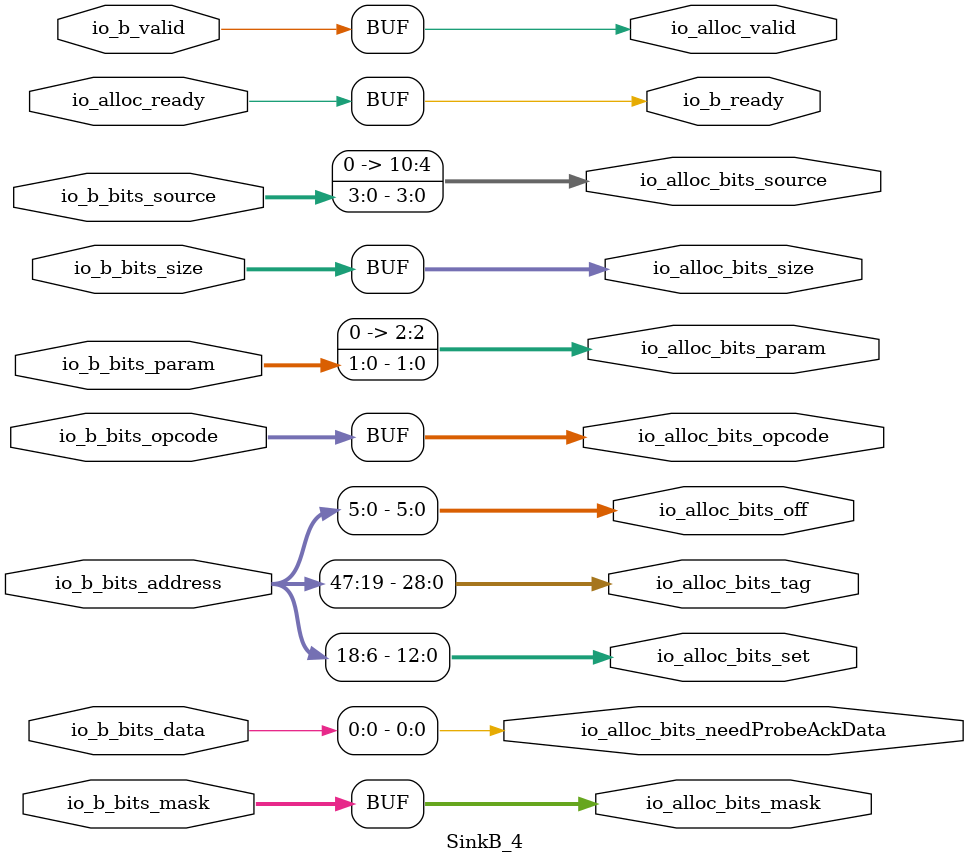
<source format=sv>
`ifndef RANDOMIZE
  `ifdef RANDOMIZE_MEM_INIT
    `define RANDOMIZE
  `endif // RANDOMIZE_MEM_INIT
`endif // not def RANDOMIZE
`ifndef RANDOMIZE
  `ifdef RANDOMIZE_REG_INIT
    `define RANDOMIZE
  `endif // RANDOMIZE_REG_INIT
`endif // not def RANDOMIZE

`ifndef RANDOM
  `define RANDOM $random
`endif // not def RANDOM

// Users can define INIT_RANDOM as general code that gets injected into the
// initializer block for modules with registers.
`ifndef INIT_RANDOM
  `define INIT_RANDOM
`endif // not def INIT_RANDOM

// If using random initialization, you can also define RANDOMIZE_DELAY to
// customize the delay used, otherwise 0.002 is used.
`ifndef RANDOMIZE_DELAY
  `define RANDOMIZE_DELAY 0.002
`endif // not def RANDOMIZE_DELAY

// Define INIT_RANDOM_PROLOG_ for use in our modules below.
`ifndef INIT_RANDOM_PROLOG_
  `ifdef RANDOMIZE
    `ifdef VERILATOR
      `define INIT_RANDOM_PROLOG_ `INIT_RANDOM
    `else  // VERILATOR
      `define INIT_RANDOM_PROLOG_ `INIT_RANDOM #`RANDOMIZE_DELAY begin end
    `endif // VERILATOR
  `else  // RANDOMIZE
    `define INIT_RANDOM_PROLOG_
  `endif // RANDOMIZE
`endif // not def INIT_RANDOM_PROLOG_

// Include register initializers in init blocks unless synthesis is set
`ifndef SYNTHESIS
  `ifndef ENABLE_INITIAL_REG_
    `define ENABLE_INITIAL_REG_
  `endif // not def ENABLE_INITIAL_REG_
`endif // not def SYNTHESIS

// Include rmemory initializers in init blocks unless synthesis is set
`ifndef SYNTHESIS
  `ifndef ENABLE_INITIAL_MEM_
    `define ENABLE_INITIAL_MEM_
  `endif // not def ENABLE_INITIAL_MEM_
`endif // not def SYNTHESIS

module SinkB_4(
  output         io_b_ready,
  input          io_b_valid,
  input  [2:0]   io_b_bits_opcode,
  input  [1:0]   io_b_bits_param,
  input  [2:0]   io_b_bits_size,
  input  [3:0]   io_b_bits_source,
  input  [47:0]  io_b_bits_address,
  input  [31:0]  io_b_bits_mask,
  input  [255:0] io_b_bits_data,
  input          io_alloc_ready,
  output         io_alloc_valid,
  output [2:0]   io_alloc_bits_opcode,
  output [2:0]   io_alloc_bits_param,
  output [2:0]   io_alloc_bits_size,
  output [10:0]  io_alloc_bits_source,
  output [12:0]  io_alloc_bits_set,
  output [28:0]  io_alloc_bits_tag,
  output [5:0]   io_alloc_bits_off,
  output [31:0]  io_alloc_bits_mask,
  output         io_alloc_bits_needProbeAckData
);

  assign io_b_ready = io_alloc_ready;
  assign io_alloc_valid = io_b_valid;
  assign io_alloc_bits_opcode = io_b_bits_opcode;
  assign io_alloc_bits_param = {1'h0, io_b_bits_param};
  assign io_alloc_bits_size = io_b_bits_size;
  assign io_alloc_bits_source = {7'h0, io_b_bits_source};
  assign io_alloc_bits_set = io_b_bits_address[18:6];
  assign io_alloc_bits_tag = io_b_bits_address[47:19];
  assign io_alloc_bits_off = io_b_bits_address[5:0];
  assign io_alloc_bits_mask = io_b_bits_mask;
  assign io_alloc_bits_needProbeAckData = io_b_bits_data[0];
endmodule


</source>
